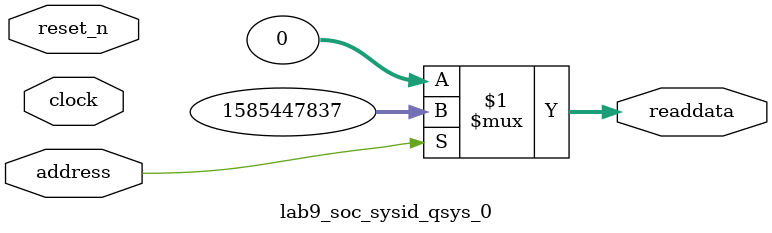
<source format=v>



// synthesis translate_off
`timescale 1ns / 1ps
// synthesis translate_on

// turn off superfluous verilog processor warnings 
// altera message_level Level1 
// altera message_off 10034 10035 10036 10037 10230 10240 10030 

module lab9_soc_sysid_qsys_0 (
               // inputs:
                address,
                clock,
                reset_n,

               // outputs:
                readdata
             )
;

  output  [ 31: 0] readdata;
  input            address;
  input            clock;
  input            reset_n;

  wire    [ 31: 0] readdata;
  //control_slave, which is an e_avalon_slave
  assign readdata = address ? 1585447837 : 0;

endmodule



</source>
